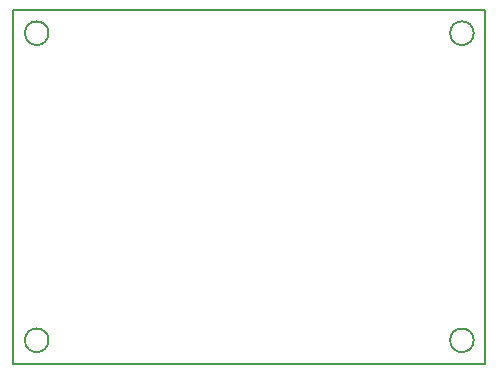
<source format=gm1>
G04 #@! TF.GenerationSoftware,KiCad,Pcbnew,8.0.7-8.0.7-0~ubuntu22.04.1*
G04 #@! TF.CreationDate,2025-02-07T12:30:43-08:00*
G04 #@! TF.ProjectId,WaDAR_Tag_V1_2,57614441-525f-4546-9167-5f56315f322e,rev?*
G04 #@! TF.SameCoordinates,Original*
G04 #@! TF.FileFunction,Profile,NP*
%FSLAX46Y46*%
G04 Gerber Fmt 4.6, Leading zero omitted, Abs format (unit mm)*
G04 Created by KiCad (PCBNEW 8.0.7-8.0.7-0~ubuntu22.04.1) date 2025-02-07 12:30:43*
%MOMM*%
%LPD*%
G01*
G04 APERTURE LIST*
G04 #@! TA.AperFunction,Profile*
%ADD10C,0.200000*%
G04 #@! TD*
G04 APERTURE END LIST*
D10*
X143600000Y-45500000D02*
X183600000Y-45500000D01*
X183600000Y-75500000D01*
X143600000Y-75500000D01*
X143600000Y-45500000D01*
X182600000Y-47500000D02*
G75*
G02*
X180600000Y-47500000I-1000000J0D01*
G01*
X180600000Y-47500000D02*
G75*
G02*
X182600000Y-47500000I1000000J0D01*
G01*
X146600000Y-73500000D02*
G75*
G02*
X144600000Y-73500000I-1000000J0D01*
G01*
X144600000Y-73500000D02*
G75*
G02*
X146600000Y-73500000I1000000J0D01*
G01*
X146600000Y-47500000D02*
G75*
G02*
X144600000Y-47500000I-1000000J0D01*
G01*
X144600000Y-47500000D02*
G75*
G02*
X146600000Y-47500000I1000000J0D01*
G01*
X182600000Y-73500000D02*
G75*
G02*
X180600000Y-73500000I-1000000J0D01*
G01*
X180600000Y-73500000D02*
G75*
G02*
X182600000Y-73500000I1000000J0D01*
G01*
M02*

</source>
